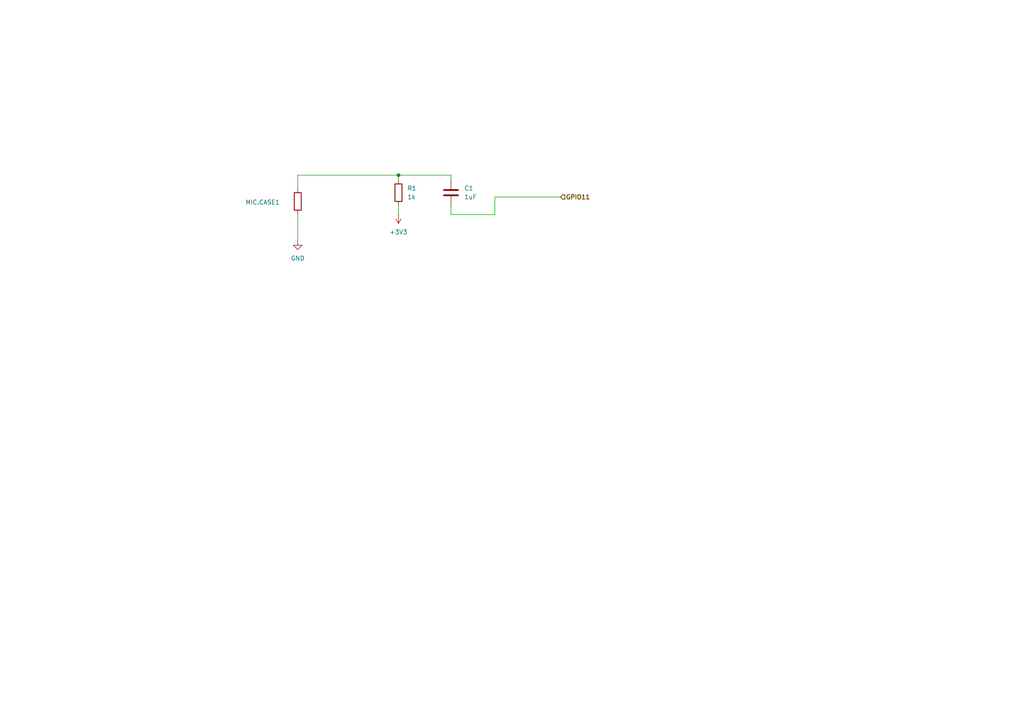
<source format=kicad_sch>
(kicad_sch (version 20250114) (generator "eeschema") (generator_version "9.0")
  (paper "A4")
  (lib_symbols
    (symbol "Device:C" (pin_numbers (hide yes)) (pin_names (offset 0.254))
      (property "Reference" "C" (at 0.635 2.54 0))
      (property "Value" "C" (at 0.635 -2.54 0))
      (symbol "C_0_1"
        (polyline (pts (xy -2.032 0.762) (xy 2.032 0.762)) (stroke (width 0.508)))
        (polyline (pts (xy -2.032 -0.762) (xy 2.032 -0.762)) (stroke (width 0.508)))
      )
      (symbol "C_1_1"
        (pin passive line (at 0 3.81 270) (length 2.794) (name "~") (number "1"))
        (pin passive line (at 0 -3.81 90) (length 2.794) (name "~") (number "2"))
      )
    )
    (symbol "Device:R" (pin_numbers (hide yes)) (pin_names (offset 0))
      (property "Reference" "R" (at 2.032 0 90))
      (property "Value" "R" (at 0 0 90))
      (symbol "R_0_1"
        (rectangle (start -1.016 -2.54) (end 1.016 2.54) (stroke (width 0.254)))
      )
      (symbol "R_1_1"
        (pin passive line (at 0 3.81 270) (length 1.27) (name "~") (number "1"))
        (pin passive line (at 0 -3.81 90) (length 1.27) (name "~") (number "2"))
      )
    )
    (symbol "power:+3V3" (power) (pin_numbers (hide yes)) (pin_names (offset 0) (hide yes))
      (property "Value" "+3V3" (at 0 3.556 0))
      (symbol "+3V3_0_1"
        (polyline (pts (xy -0.762 1.27) (xy 0 2.54)))
        (polyline (pts (xy 0 2.54) (xy 0.762 1.27)))
        (polyline (pts (xy 0 0) (xy 0 2.54)))
      )
      (symbol "+3V3_1_1"
        (pin power_in line (at 0 0 90) (length 0) (name "~") (number "1"))
      )
    )
    (symbol "power:GND" (power) (pin_numbers (hide yes)) (pin_names (offset 0) (hide yes))
      (property "Value" "GND" (at 0 -3.81 0))
      (symbol "GND_0_1"
        (polyline (pts (xy 0 0) (xy 0 -1.27) (xy 1.27 -1.27) (xy 0 -2.54) (xy -1.27 -1.27) (xy 0 -1.27)))
      )
      (symbol "GND_1_1"
        (pin power_in line (at 0 0 270) (length 0) (name "~") (number "1"))
      )
    )
  )
  (junction (at 115.57 50.8))
  (wire (pts (xy 86.36 62.23) (xy 86.36 69.85)))
  (wire (pts (xy 130.81 62.23) (xy 143.51 62.23)))
  (wire (pts (xy 143.51 62.23) (xy 143.51 57.15)))
  (wire (pts (xy 115.57 59.69) (xy 115.57 62.23)))
  (wire (pts (xy 130.81 50.8) (xy 130.81 52.07)))
  (wire (pts (xy 143.51 57.15) (xy 162.56 57.15)))
  (wire (pts (xy 115.57 50.8) (xy 130.81 50.8)))
  (wire (pts (xy 86.36 50.8) (xy 86.36 54.61)))
  (wire (pts (xy 130.81 59.69) (xy 130.81 62.23)))
  (wire (pts (xy 115.57 50.8) (xy 115.57 52.07)))
  (wire (pts (xy 86.36 50.8) (xy 115.57 50.8)))
  (hierarchical_label "GPIO11" (shape input) (at 162.56 57.15 0) (effects (font (thickness 0.254) (bold yes))))
  (symbol (lib_id "power:GND") (at 86.36 69.85 0) (unit 1)
    (property "Reference" "#PWR03" (effects (hide yes)))
    (property "Value" "GND" (at 86.36 74.93 0))
    (property "Description" "Power symbol creates a global label with name \"GND\" , ground" (effects (hide yes)))
  )
  (symbol (lib_id "Device:R") (at 86.36 58.42 180) (unit 1)
    (property "Reference" "MIC.CASE1" (at 71.12 58.674 0) (effects (justify right)))
    (property "Value" "R" (effects (hide yes)))
    (property "Footprint" "Resistor_THT:R_Axial_DIN0204_L3.6mm_D1.6mm_P2.54mm_Vertical" (effects (hide yes)))
    (property "Description" "Resistor" (effects (hide yes)))
  )
  (symbol (lib_id "Device:C") (at 130.81 55.88 0) (unit 1)
    (property "Reference" "C1" (at 134.62 54.6099 0) (effects (justify left)))
    (property "Value" "1uF" (at 134.62 57.1499 0) (effects (justify left)))
    (property "Footprint" "Capacitor_SMD:C_0201_0603Metric" (effects (hide yes)))
    (property "Description" "Unpolarized capacitor" (effects (hide yes)))
  )
  (symbol (lib_id "Device:R") (at 115.57 55.88 0) (unit 1)
    (property "Reference" "R1" (at 118.11 54.6099 0) (effects (justify left)))
    (property "Value" "1k" (at 118.11 57.1499 0) (effects (justify left)))
    (property "Footprint" "Resistor_SMD:R_0201_0603Metric" (effects (hide yes)))
    (property "Description" "Resistor" (effects (hide yes)))
  )
  (symbol (lib_id "power:+3V3") (at 115.57 62.23 180) (unit 1)
    (property "Reference" "#PWR02" (effects (hide yes)))
    (property "Value" "+3V3" (at 115.57 67.31 0))
    (property "Description" "Power symbol creates a global label with name \"+3V3\"" (effects (hide yes)))
  )
)
</source>
